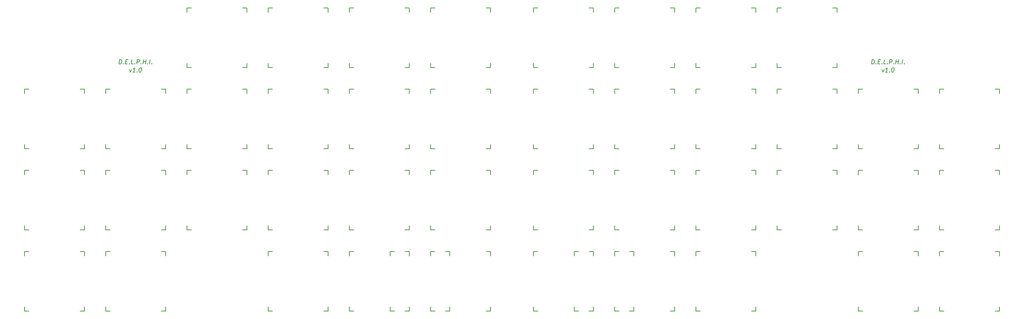
<source format=gbr>
%TF.GenerationSoftware,KiCad,Pcbnew,(6.0.1)*%
%TF.CreationDate,2022-12-03T11:16:14-05:00*%
%TF.ProjectId,DELPHI,44454c50-4849-42e6-9b69-6361645f7063,rev?*%
%TF.SameCoordinates,Original*%
%TF.FileFunction,Legend,Top*%
%TF.FilePolarity,Positive*%
%FSLAX46Y46*%
G04 Gerber Fmt 4.6, Leading zero omitted, Abs format (unit mm)*
G04 Created by KiCad (PCBNEW (6.0.1)) date 2022-12-03 11:16:14*
%MOMM*%
%LPD*%
G01*
G04 APERTURE LIST*
%ADD10C,0.150000*%
G04 APERTURE END LIST*
D10*
X228430089Y-49315714D02*
X228584851Y-49982380D01*
X228906279Y-49315714D01*
X229727708Y-49982380D02*
X229156279Y-49982380D01*
X229441994Y-49982380D02*
X229566994Y-48982380D01*
X229453898Y-49125238D01*
X229346755Y-49220476D01*
X229245565Y-49268095D01*
X230168184Y-49887142D02*
X230209851Y-49934761D01*
X230156279Y-49982380D01*
X230114613Y-49934761D01*
X230168184Y-49887142D01*
X230156279Y-49982380D01*
X230947946Y-48982380D02*
X231043184Y-48982380D01*
X231132470Y-49030000D01*
X231174136Y-49077619D01*
X231209851Y-49172857D01*
X231233660Y-49363333D01*
X231203898Y-49601428D01*
X231132470Y-49791904D01*
X231072946Y-49887142D01*
X231019375Y-49934761D01*
X230918184Y-49982380D01*
X230822946Y-49982380D01*
X230733660Y-49934761D01*
X230691994Y-49887142D01*
X230656279Y-49791904D01*
X230632470Y-49601428D01*
X230662232Y-49363333D01*
X230733660Y-49172857D01*
X230793184Y-49077619D01*
X230846755Y-49030000D01*
X230947946Y-48982380D01*
X225965803Y-48077380D02*
X226090803Y-47077380D01*
X226328898Y-47077380D01*
X226465803Y-47125000D01*
X226549136Y-47220238D01*
X226584851Y-47315476D01*
X226608660Y-47505952D01*
X226590803Y-47648809D01*
X226519375Y-47839285D01*
X226459851Y-47934523D01*
X226352708Y-48029761D01*
X226203898Y-48077380D01*
X225965803Y-48077380D01*
X226977708Y-47982142D02*
X227019375Y-48029761D01*
X226965803Y-48077380D01*
X226924136Y-48029761D01*
X226977708Y-47982142D01*
X226965803Y-48077380D01*
X227507470Y-47553571D02*
X227840803Y-47553571D01*
X227918184Y-48077380D02*
X227441994Y-48077380D01*
X227566994Y-47077380D01*
X228043184Y-47077380D01*
X228358660Y-47982142D02*
X228400327Y-48029761D01*
X228346755Y-48077380D01*
X228305089Y-48029761D01*
X228358660Y-47982142D01*
X228346755Y-48077380D01*
X229299136Y-48077380D02*
X228822946Y-48077380D01*
X228947946Y-47077380D01*
X229644375Y-47982142D02*
X229686041Y-48029761D01*
X229632470Y-48077380D01*
X229590803Y-48029761D01*
X229644375Y-47982142D01*
X229632470Y-48077380D01*
X230108660Y-48077380D02*
X230233660Y-47077380D01*
X230614613Y-47077380D01*
X230703898Y-47125000D01*
X230745565Y-47172619D01*
X230781279Y-47267857D01*
X230763422Y-47410714D01*
X230703898Y-47505952D01*
X230650327Y-47553571D01*
X230549136Y-47601190D01*
X230168184Y-47601190D01*
X231120565Y-47982142D02*
X231162232Y-48029761D01*
X231108660Y-48077380D01*
X231066994Y-48029761D01*
X231120565Y-47982142D01*
X231108660Y-48077380D01*
X231584851Y-48077380D02*
X231709851Y-47077380D01*
X231650327Y-47553571D02*
X232221755Y-47553571D01*
X232156279Y-48077380D02*
X232281279Y-47077380D01*
X232644375Y-47982142D02*
X232686041Y-48029761D01*
X232632470Y-48077380D01*
X232590803Y-48029761D01*
X232644375Y-47982142D01*
X232632470Y-48077380D01*
X233108660Y-48077380D02*
X233233660Y-47077380D01*
X233596755Y-47982142D02*
X233638422Y-48029761D01*
X233584851Y-48077380D01*
X233543184Y-48029761D01*
X233596755Y-47982142D01*
X233584851Y-48077380D01*
X49435803Y-48077380D02*
X49560803Y-47077380D01*
X49798898Y-47077380D01*
X49935803Y-47125000D01*
X50019136Y-47220238D01*
X50054851Y-47315476D01*
X50078660Y-47505952D01*
X50060803Y-47648809D01*
X49989375Y-47839285D01*
X49929851Y-47934523D01*
X49822708Y-48029761D01*
X49673898Y-48077380D01*
X49435803Y-48077380D01*
X50447708Y-47982142D02*
X50489375Y-48029761D01*
X50435803Y-48077380D01*
X50394136Y-48029761D01*
X50447708Y-47982142D01*
X50435803Y-48077380D01*
X50977470Y-47553571D02*
X51310803Y-47553571D01*
X51388184Y-48077380D02*
X50911994Y-48077380D01*
X51036994Y-47077380D01*
X51513184Y-47077380D01*
X51828660Y-47982142D02*
X51870327Y-48029761D01*
X51816755Y-48077380D01*
X51775089Y-48029761D01*
X51828660Y-47982142D01*
X51816755Y-48077380D01*
X52769136Y-48077380D02*
X52292946Y-48077380D01*
X52417946Y-47077380D01*
X53114375Y-47982142D02*
X53156041Y-48029761D01*
X53102470Y-48077380D01*
X53060803Y-48029761D01*
X53114375Y-47982142D01*
X53102470Y-48077380D01*
X53578660Y-48077380D02*
X53703660Y-47077380D01*
X54084613Y-47077380D01*
X54173898Y-47125000D01*
X54215565Y-47172619D01*
X54251279Y-47267857D01*
X54233422Y-47410714D01*
X54173898Y-47505952D01*
X54120327Y-47553571D01*
X54019136Y-47601190D01*
X53638184Y-47601190D01*
X54590565Y-47982142D02*
X54632232Y-48029761D01*
X54578660Y-48077380D01*
X54536994Y-48029761D01*
X54590565Y-47982142D01*
X54578660Y-48077380D01*
X55054851Y-48077380D02*
X55179851Y-47077380D01*
X55120327Y-47553571D02*
X55691755Y-47553571D01*
X55626279Y-48077380D02*
X55751279Y-47077380D01*
X56114375Y-47982142D02*
X56156041Y-48029761D01*
X56102470Y-48077380D01*
X56060803Y-48029761D01*
X56114375Y-47982142D01*
X56102470Y-48077380D01*
X56578660Y-48077380D02*
X56703660Y-47077380D01*
X57066755Y-47982142D02*
X57108422Y-48029761D01*
X57054851Y-48077380D01*
X57013184Y-48029761D01*
X57066755Y-47982142D01*
X57054851Y-48077380D01*
X51900089Y-49315714D02*
X52054851Y-49982380D01*
X52376279Y-49315714D01*
X53197708Y-49982380D02*
X52626279Y-49982380D01*
X52911994Y-49982380D02*
X53036994Y-48982380D01*
X52923898Y-49125238D01*
X52816755Y-49220476D01*
X52715565Y-49268095D01*
X53638184Y-49887142D02*
X53679851Y-49934761D01*
X53626279Y-49982380D01*
X53584613Y-49934761D01*
X53638184Y-49887142D01*
X53626279Y-49982380D01*
X54417946Y-48982380D02*
X54513184Y-48982380D01*
X54602470Y-49030000D01*
X54644136Y-49077619D01*
X54679851Y-49172857D01*
X54703660Y-49363333D01*
X54673898Y-49601428D01*
X54602470Y-49791904D01*
X54542946Y-49887142D01*
X54489375Y-49934761D01*
X54388184Y-49982380D01*
X54292946Y-49982380D01*
X54203660Y-49934761D01*
X54161994Y-49887142D01*
X54126279Y-49791904D01*
X54102470Y-49601428D01*
X54132232Y-49363333D01*
X54203660Y-49172857D01*
X54263184Y-49077619D01*
X54316755Y-49030000D01*
X54417946Y-48982380D01*
%TO.C,*%
%TO.C,SW17*%
X117490000Y-106060000D02*
X116490000Y-106060000D01*
X117490000Y-92060000D02*
X117490000Y-93060000D01*
X103490000Y-106060000D02*
X104490000Y-106060000D01*
X103490000Y-93060000D02*
X103490000Y-92060000D01*
X117490000Y-92060000D02*
X116490000Y-92060000D01*
X104490000Y-92060000D02*
X103490000Y-92060000D01*
X103490000Y-106060000D02*
X103490000Y-105060000D01*
X117490000Y-105060000D02*
X117490000Y-106060000D01*
X116490000Y-106060000D02*
X117490000Y-106060000D01*
%TO.C,SW5*%
X47340000Y-73010000D02*
X46340000Y-73010000D01*
X60340000Y-87010000D02*
X59340000Y-87010000D01*
X46340000Y-74010000D02*
X46340000Y-73010000D01*
X60340000Y-73010000D02*
X59340000Y-73010000D01*
X59340000Y-87010000D02*
X60340000Y-87010000D01*
X60340000Y-73010000D02*
X60340000Y-74010000D01*
X60340000Y-86010000D02*
X60340000Y-87010000D01*
X46340000Y-87010000D02*
X46340000Y-86010000D01*
X46340000Y-87010000D02*
X47340000Y-87010000D01*
%TO.C,SW25A*%
X169195000Y-106060000D02*
X170195000Y-106060000D01*
X170195000Y-105060000D02*
X170195000Y-106060000D01*
X157195000Y-92060000D02*
X156195000Y-92060000D01*
X170195000Y-92060000D02*
X169195000Y-92060000D01*
X156195000Y-92060000D02*
X157195000Y-92060000D01*
X156195000Y-93060000D02*
X156195000Y-92060000D01*
X156195000Y-106060000D02*
X157195000Y-106060000D01*
X170195000Y-92060000D02*
X170195000Y-93060000D01*
X156195000Y-106060000D02*
X156195000Y-105060000D01*
%TO.C,SW10*%
X98440000Y-34910000D02*
X98440000Y-35910000D01*
X98440000Y-48910000D02*
X97440000Y-48910000D01*
X84440000Y-35910000D02*
X84440000Y-34910000D01*
X85440000Y-34910000D02*
X84440000Y-34910000D01*
X98440000Y-34910000D02*
X97440000Y-34910000D01*
X84440000Y-48910000D02*
X84440000Y-47910000D01*
X98440000Y-47910000D02*
X98440000Y-48910000D01*
X97440000Y-48910000D02*
X98440000Y-48910000D01*
X84440000Y-48910000D02*
X85440000Y-48910000D01*
%TO.C,SW28*%
X165720000Y-87010000D02*
X165720000Y-86010000D01*
X165720000Y-74010000D02*
X165720000Y-73010000D01*
X179720000Y-73010000D02*
X178720000Y-73010000D01*
X179720000Y-87010000D02*
X178720000Y-87010000D01*
X166720000Y-73010000D02*
X165720000Y-73010000D01*
X179720000Y-73010000D02*
X179720000Y-74010000D01*
X179720000Y-86010000D02*
X179720000Y-87010000D01*
X165720000Y-87010000D02*
X166720000Y-87010000D01*
X178720000Y-87010000D02*
X179720000Y-87010000D01*
%TO.C,SW33*%
X184770000Y-106060000D02*
X185770000Y-106060000D01*
X198770000Y-92060000D02*
X198770000Y-93060000D01*
X184770000Y-93060000D02*
X184770000Y-92060000D01*
X198770000Y-105060000D02*
X198770000Y-106060000D01*
X184770000Y-106060000D02*
X184770000Y-105060000D01*
X197770000Y-106060000D02*
X198770000Y-106060000D01*
X198770000Y-106060000D02*
X197770000Y-106060000D01*
X185770000Y-92060000D02*
X184770000Y-92060000D01*
X198770000Y-92060000D02*
X197770000Y-92060000D01*
%TO.C,SW27*%
X179720000Y-53960000D02*
X179720000Y-54960000D01*
X166720000Y-53960000D02*
X165720000Y-53960000D01*
X165720000Y-54960000D02*
X165720000Y-53960000D01*
X179720000Y-67960000D02*
X178720000Y-67960000D01*
X179720000Y-66960000D02*
X179720000Y-67960000D01*
X165720000Y-67960000D02*
X165720000Y-66960000D01*
X165720000Y-67960000D02*
X166720000Y-67960000D01*
X179720000Y-53960000D02*
X178720000Y-53960000D01*
X178720000Y-67960000D02*
X179720000Y-67960000D01*
%TO.C,SW4*%
X60340000Y-53960000D02*
X59340000Y-53960000D01*
X47340000Y-53960000D02*
X46340000Y-53960000D01*
X60340000Y-66960000D02*
X60340000Y-67960000D01*
X46340000Y-67960000D02*
X47340000Y-67960000D01*
X60340000Y-67960000D02*
X59340000Y-67960000D01*
X46340000Y-54960000D02*
X46340000Y-53960000D01*
X59340000Y-67960000D02*
X60340000Y-67960000D01*
X46340000Y-67960000D02*
X46340000Y-66960000D01*
X60340000Y-53960000D02*
X60340000Y-54960000D01*
%TO.C,SW2*%
X27290000Y-74010000D02*
X27290000Y-73010000D01*
X41290000Y-86010000D02*
X41290000Y-87010000D01*
X27290000Y-87010000D02*
X27290000Y-86010000D01*
X40290000Y-87010000D02*
X41290000Y-87010000D01*
X41290000Y-87010000D02*
X40290000Y-87010000D01*
X27290000Y-87010000D02*
X28290000Y-87010000D01*
X28290000Y-73010000D02*
X27290000Y-73010000D01*
X41290000Y-73010000D02*
X41290000Y-74010000D01*
X41290000Y-73010000D02*
X40290000Y-73010000D01*
%TO.C,SW20*%
X136540000Y-86010000D02*
X136540000Y-87010000D01*
X123540000Y-73010000D02*
X122540000Y-73010000D01*
X136540000Y-73010000D02*
X136540000Y-74010000D01*
X122540000Y-87010000D02*
X123540000Y-87010000D01*
X136540000Y-87010000D02*
X135540000Y-87010000D01*
X122540000Y-87010000D02*
X122540000Y-86010000D01*
X122540000Y-74010000D02*
X122540000Y-73010000D01*
X136540000Y-73010000D02*
X135540000Y-73010000D01*
X135540000Y-87010000D02*
X136540000Y-87010000D01*
%TO.C,SW23*%
X160670000Y-53960000D02*
X160670000Y-54960000D01*
X146670000Y-67960000D02*
X146670000Y-66960000D01*
X147670000Y-53960000D02*
X146670000Y-53960000D01*
X146670000Y-54960000D02*
X146670000Y-53960000D01*
X146670000Y-67960000D02*
X147670000Y-67960000D01*
X160670000Y-53960000D02*
X159670000Y-53960000D01*
X160670000Y-67960000D02*
X159670000Y-67960000D01*
X160670000Y-66960000D02*
X160670000Y-67960000D01*
X159670000Y-67960000D02*
X160670000Y-67960000D01*
%TO.C,SW26*%
X179720000Y-47910000D02*
X179720000Y-48910000D01*
X179720000Y-34910000D02*
X179720000Y-35910000D01*
X165720000Y-48910000D02*
X166720000Y-48910000D01*
X165720000Y-48910000D02*
X165720000Y-47910000D01*
X179720000Y-48910000D02*
X178720000Y-48910000D01*
X166720000Y-34910000D02*
X165720000Y-34910000D01*
X165720000Y-35910000D02*
X165720000Y-34910000D01*
X179720000Y-34910000D02*
X178720000Y-34910000D01*
X178720000Y-48910000D02*
X179720000Y-48910000D01*
%TO.C,SW8*%
X66390000Y-53960000D02*
X65390000Y-53960000D01*
X79390000Y-67960000D02*
X78390000Y-67960000D01*
X79390000Y-66960000D02*
X79390000Y-67960000D01*
X79390000Y-53960000D02*
X79390000Y-54960000D01*
X65390000Y-54960000D02*
X65390000Y-53960000D01*
X65390000Y-67960000D02*
X65390000Y-66960000D01*
X78390000Y-67960000D02*
X79390000Y-67960000D01*
X65390000Y-67960000D02*
X66390000Y-67960000D01*
X79390000Y-53960000D02*
X78390000Y-53960000D01*
%TO.C,SW24*%
X146670000Y-87010000D02*
X146670000Y-86010000D01*
X160670000Y-73010000D02*
X159670000Y-73010000D01*
X146670000Y-87010000D02*
X147670000Y-87010000D01*
X146670000Y-74010000D02*
X146670000Y-73010000D01*
X160670000Y-73010000D02*
X160670000Y-74010000D01*
X160670000Y-86010000D02*
X160670000Y-87010000D01*
X160670000Y-87010000D02*
X159670000Y-87010000D01*
X159670000Y-87010000D02*
X160670000Y-87010000D01*
X147670000Y-73010000D02*
X146670000Y-73010000D01*
%TO.C,SW12*%
X98440000Y-73010000D02*
X98440000Y-74010000D01*
X84440000Y-74010000D02*
X84440000Y-73010000D01*
X98440000Y-87010000D02*
X97440000Y-87010000D01*
X98440000Y-73010000D02*
X97440000Y-73010000D01*
X85440000Y-73010000D02*
X84440000Y-73010000D01*
X84440000Y-87010000D02*
X85440000Y-87010000D01*
X97440000Y-87010000D02*
X98440000Y-87010000D01*
X84440000Y-87010000D02*
X84440000Y-86010000D01*
X98440000Y-86010000D02*
X98440000Y-87010000D01*
%TO.C,SW19*%
X135540000Y-67960000D02*
X136540000Y-67960000D01*
X122540000Y-67960000D02*
X122540000Y-66960000D01*
X136540000Y-66960000D02*
X136540000Y-67960000D01*
X136540000Y-53960000D02*
X136540000Y-54960000D01*
X122540000Y-67960000D02*
X123540000Y-67960000D01*
X123540000Y-53960000D02*
X122540000Y-53960000D01*
X136540000Y-53960000D02*
X135540000Y-53960000D01*
X122540000Y-54960000D02*
X122540000Y-53960000D01*
X136540000Y-67960000D02*
X135540000Y-67960000D01*
%TO.C,SW6*%
X60340000Y-92060000D02*
X60340000Y-93060000D01*
X46340000Y-106060000D02*
X47340000Y-106060000D01*
X59340000Y-106060000D02*
X60340000Y-106060000D01*
X46340000Y-93060000D02*
X46340000Y-92060000D01*
X47340000Y-92060000D02*
X46340000Y-92060000D01*
X60340000Y-105060000D02*
X60340000Y-106060000D01*
X60340000Y-92060000D02*
X59340000Y-92060000D01*
X60340000Y-106060000D02*
X59340000Y-106060000D01*
X46340000Y-106060000D02*
X46340000Y-105060000D01*
%TO.C,SW7*%
X78390000Y-48910000D02*
X79390000Y-48910000D01*
X65390000Y-48910000D02*
X66390000Y-48910000D01*
X66390000Y-34910000D02*
X65390000Y-34910000D01*
X65390000Y-48910000D02*
X65390000Y-47910000D01*
X79390000Y-34910000D02*
X78390000Y-34910000D01*
X79390000Y-47910000D02*
X79390000Y-48910000D01*
X65390000Y-35910000D02*
X65390000Y-34910000D01*
X79390000Y-34910000D02*
X79390000Y-35910000D01*
X79390000Y-48910000D02*
X78390000Y-48910000D01*
%TO.C,SW25*%
X146670000Y-106060000D02*
X146670000Y-105060000D01*
X146670000Y-106060000D02*
X147670000Y-106060000D01*
X160670000Y-92060000D02*
X159670000Y-92060000D01*
X159670000Y-106060000D02*
X160670000Y-106060000D01*
X146670000Y-93060000D02*
X146670000Y-92060000D01*
X147670000Y-92060000D02*
X146670000Y-92060000D01*
X160670000Y-106060000D02*
X159670000Y-106060000D01*
X160670000Y-92060000D02*
X160670000Y-93060000D01*
X160670000Y-105060000D02*
X160670000Y-106060000D01*
%TO.C,SW34*%
X203820000Y-48910000D02*
X203820000Y-47910000D01*
X203820000Y-48910000D02*
X204820000Y-48910000D01*
X217820000Y-34910000D02*
X216820000Y-34910000D01*
X217820000Y-48910000D02*
X216820000Y-48910000D01*
X217820000Y-47910000D02*
X217820000Y-48910000D01*
X203820000Y-35910000D02*
X203820000Y-34910000D01*
X204820000Y-34910000D02*
X203820000Y-34910000D01*
X216820000Y-48910000D02*
X217820000Y-48910000D01*
X217820000Y-34910000D02*
X217820000Y-35910000D01*
%TO.C,SW18*%
X122540000Y-35910000D02*
X122540000Y-34910000D01*
X122540000Y-48910000D02*
X122540000Y-47910000D01*
X136540000Y-34910000D02*
X136540000Y-35910000D01*
X135540000Y-48910000D02*
X136540000Y-48910000D01*
X122540000Y-48910000D02*
X123540000Y-48910000D01*
X136540000Y-48910000D02*
X135540000Y-48910000D01*
X123540000Y-34910000D02*
X122540000Y-34910000D01*
X136540000Y-47910000D02*
X136540000Y-48910000D01*
X136540000Y-34910000D02*
X135540000Y-34910000D01*
%TO.C,SW21A*%
X113015000Y-93060000D02*
X113015000Y-92060000D01*
X126015000Y-106060000D02*
X127015000Y-106060000D01*
X113015000Y-106060000D02*
X113015000Y-105060000D01*
X127015000Y-92060000D02*
X127015000Y-93060000D01*
X113015000Y-106060000D02*
X114015000Y-106060000D01*
X114015000Y-92060000D02*
X113015000Y-92060000D01*
X127015000Y-105060000D02*
X127015000Y-106060000D01*
X113015000Y-92060000D02*
X114015000Y-92060000D01*
X127015000Y-92060000D02*
X126015000Y-92060000D01*
%TO.C,SW37*%
X222870000Y-67960000D02*
X222870000Y-66960000D01*
X236870000Y-53960000D02*
X236870000Y-54960000D01*
X235870000Y-67960000D02*
X236870000Y-67960000D01*
X223870000Y-53960000D02*
X222870000Y-53960000D01*
X236870000Y-53960000D02*
X235870000Y-53960000D01*
X236870000Y-67960000D02*
X235870000Y-67960000D01*
X236870000Y-66960000D02*
X236870000Y-67960000D01*
X222870000Y-54960000D02*
X222870000Y-53960000D01*
X222870000Y-67960000D02*
X223870000Y-67960000D01*
%TO.C,SW9*%
X79390000Y-73010000D02*
X79390000Y-74010000D01*
X66390000Y-73010000D02*
X65390000Y-73010000D01*
X79390000Y-73010000D02*
X78390000Y-73010000D01*
X65390000Y-87010000D02*
X66390000Y-87010000D01*
X65390000Y-74010000D02*
X65390000Y-73010000D01*
X65390000Y-87010000D02*
X65390000Y-86010000D01*
X79390000Y-86010000D02*
X79390000Y-87010000D01*
X79390000Y-87010000D02*
X78390000Y-87010000D01*
X78390000Y-87010000D02*
X79390000Y-87010000D01*
%TO.C,SW36*%
X203820000Y-74010000D02*
X203820000Y-73010000D01*
X217820000Y-73010000D02*
X216820000Y-73010000D01*
X203820000Y-87010000D02*
X204820000Y-87010000D01*
X216820000Y-87010000D02*
X217820000Y-87010000D01*
X203820000Y-87010000D02*
X203820000Y-86010000D01*
X217820000Y-86010000D02*
X217820000Y-87010000D01*
X217820000Y-73010000D02*
X217820000Y-74010000D01*
X204820000Y-73010000D02*
X203820000Y-73010000D01*
X217820000Y-87010000D02*
X216820000Y-87010000D01*
%TO.C,SW21*%
X136540000Y-106060000D02*
X135540000Y-106060000D01*
X136540000Y-92060000D02*
X136540000Y-93060000D01*
X136540000Y-105060000D02*
X136540000Y-106060000D01*
X122540000Y-106060000D02*
X123540000Y-106060000D01*
X122540000Y-93060000D02*
X122540000Y-92060000D01*
X122540000Y-106060000D02*
X122540000Y-105060000D01*
X135540000Y-106060000D02*
X136540000Y-106060000D01*
X136540000Y-92060000D02*
X135540000Y-92060000D01*
X123540000Y-92060000D02*
X122540000Y-92060000D01*
%TO.C,SW3*%
X27290000Y-106060000D02*
X27290000Y-105060000D01*
X27290000Y-93060000D02*
X27290000Y-92060000D01*
X41290000Y-105060000D02*
X41290000Y-106060000D01*
X41290000Y-92060000D02*
X41290000Y-93060000D01*
X27290000Y-106060000D02*
X28290000Y-106060000D01*
X40290000Y-106060000D02*
X41290000Y-106060000D01*
X28290000Y-92060000D02*
X27290000Y-92060000D01*
X41290000Y-92060000D02*
X40290000Y-92060000D01*
X41290000Y-106060000D02*
X40290000Y-106060000D01*
%TO.C,SW32*%
X184770000Y-74010000D02*
X184770000Y-73010000D01*
X198770000Y-73010000D02*
X197770000Y-73010000D01*
X185770000Y-73010000D02*
X184770000Y-73010000D01*
X198770000Y-73010000D02*
X198770000Y-74010000D01*
X197770000Y-87010000D02*
X198770000Y-87010000D01*
X184770000Y-87010000D02*
X185770000Y-87010000D01*
X198770000Y-87010000D02*
X197770000Y-87010000D01*
X198770000Y-86010000D02*
X198770000Y-87010000D01*
X184770000Y-87010000D02*
X184770000Y-86010000D01*
%TO.C,SW35*%
X203820000Y-54960000D02*
X203820000Y-53960000D01*
X216820000Y-67960000D02*
X217820000Y-67960000D01*
X217820000Y-53960000D02*
X217820000Y-54960000D01*
X217820000Y-67960000D02*
X216820000Y-67960000D01*
X203820000Y-67960000D02*
X203820000Y-66960000D01*
X203820000Y-67960000D02*
X204820000Y-67960000D01*
X204820000Y-53960000D02*
X203820000Y-53960000D01*
X217820000Y-66960000D02*
X217820000Y-67960000D01*
X217820000Y-53960000D02*
X216820000Y-53960000D01*
%TO.C,SW38*%
X222870000Y-74010000D02*
X222870000Y-73010000D01*
X222870000Y-87010000D02*
X223870000Y-87010000D01*
X236870000Y-87010000D02*
X235870000Y-87010000D01*
X236870000Y-73010000D02*
X235870000Y-73010000D01*
X236870000Y-73010000D02*
X236870000Y-74010000D01*
X236870000Y-86010000D02*
X236870000Y-87010000D01*
X235870000Y-87010000D02*
X236870000Y-87010000D01*
X222870000Y-87010000D02*
X222870000Y-86010000D01*
X223870000Y-73010000D02*
X222870000Y-73010000D01*
%TO.C,SW39*%
X222870000Y-106060000D02*
X222870000Y-105060000D01*
X223870000Y-92060000D02*
X222870000Y-92060000D01*
X236870000Y-92060000D02*
X236870000Y-93060000D01*
X236870000Y-105060000D02*
X236870000Y-106060000D01*
X236870000Y-92060000D02*
X235870000Y-92060000D01*
X222870000Y-93060000D02*
X222870000Y-92060000D01*
X222870000Y-106060000D02*
X223870000Y-106060000D01*
X235870000Y-106060000D02*
X236870000Y-106060000D01*
X236870000Y-106060000D02*
X235870000Y-106060000D01*
%TO.C,SW40*%
X254920000Y-67960000D02*
X255920000Y-67960000D01*
X241920000Y-67960000D02*
X241920000Y-66960000D01*
X241920000Y-67960000D02*
X242920000Y-67960000D01*
X255920000Y-67960000D02*
X254920000Y-67960000D01*
X241920000Y-54960000D02*
X241920000Y-53960000D01*
X255920000Y-53960000D02*
X255920000Y-54960000D01*
X255920000Y-66960000D02*
X255920000Y-67960000D01*
X242920000Y-53960000D02*
X241920000Y-53960000D01*
X255920000Y-53960000D02*
X254920000Y-53960000D01*
%TO.C,SW14*%
X117490000Y-47910000D02*
X117490000Y-48910000D01*
X103490000Y-48910000D02*
X104490000Y-48910000D01*
X103490000Y-35910000D02*
X103490000Y-34910000D01*
X117490000Y-34910000D02*
X117490000Y-35910000D01*
X117490000Y-34910000D02*
X116490000Y-34910000D01*
X104490000Y-34910000D02*
X103490000Y-34910000D01*
X117490000Y-48910000D02*
X116490000Y-48910000D01*
X103490000Y-48910000D02*
X103490000Y-47910000D01*
X116490000Y-48910000D02*
X117490000Y-48910000D01*
%TO.C,SW22*%
X160670000Y-47910000D02*
X160670000Y-48910000D01*
X160670000Y-34910000D02*
X159670000Y-34910000D01*
X160670000Y-34910000D02*
X160670000Y-35910000D01*
X159670000Y-48910000D02*
X160670000Y-48910000D01*
X146670000Y-35910000D02*
X146670000Y-34910000D01*
X146670000Y-48910000D02*
X146670000Y-47910000D01*
X160670000Y-48910000D02*
X159670000Y-48910000D01*
X147670000Y-34910000D02*
X146670000Y-34910000D01*
X146670000Y-48910000D02*
X147670000Y-48910000D01*
%TO.C,SW11*%
X98440000Y-53960000D02*
X98440000Y-54960000D01*
X84440000Y-67960000D02*
X84440000Y-66960000D01*
X98440000Y-53960000D02*
X97440000Y-53960000D01*
X84440000Y-67960000D02*
X85440000Y-67960000D01*
X98440000Y-67960000D02*
X97440000Y-67960000D01*
X85440000Y-53960000D02*
X84440000Y-53960000D01*
X84440000Y-54960000D02*
X84440000Y-53960000D01*
X97440000Y-67960000D02*
X98440000Y-67960000D01*
X98440000Y-66960000D02*
X98440000Y-67960000D01*
%TO.C,SW13*%
X84440000Y-106060000D02*
X84440000Y-105060000D01*
X98440000Y-106060000D02*
X97440000Y-106060000D01*
X98440000Y-105060000D02*
X98440000Y-106060000D01*
X84440000Y-106060000D02*
X85440000Y-106060000D01*
X98440000Y-92060000D02*
X97440000Y-92060000D01*
X97440000Y-106060000D02*
X98440000Y-106060000D01*
X84440000Y-93060000D02*
X84440000Y-92060000D01*
X98440000Y-92060000D02*
X98440000Y-93060000D01*
X85440000Y-92060000D02*
X84440000Y-92060000D01*
%TO.C,SW42*%
X242920000Y-92060000D02*
X241920000Y-92060000D01*
X254920000Y-106060000D02*
X255920000Y-106060000D01*
X255920000Y-106060000D02*
X254920000Y-106060000D01*
X255920000Y-92060000D02*
X254920000Y-92060000D01*
X241920000Y-106060000D02*
X241920000Y-105060000D01*
X255920000Y-92060000D02*
X255920000Y-93060000D01*
X241920000Y-93060000D02*
X241920000Y-92060000D01*
X255920000Y-105060000D02*
X255920000Y-106060000D01*
X241920000Y-106060000D02*
X242920000Y-106060000D01*
%TO.C,SW31*%
X184770000Y-54960000D02*
X184770000Y-53960000D01*
X198770000Y-53960000D02*
X198770000Y-54960000D01*
X198770000Y-67960000D02*
X197770000Y-67960000D01*
X198770000Y-66960000D02*
X198770000Y-67960000D01*
X198770000Y-53960000D02*
X197770000Y-53960000D01*
X197770000Y-67960000D02*
X198770000Y-67960000D01*
X184770000Y-67960000D02*
X185770000Y-67960000D01*
X185770000Y-53960000D02*
X184770000Y-53960000D01*
X184770000Y-67960000D02*
X184770000Y-66960000D01*
%TO.C,SW30*%
X184770000Y-48910000D02*
X184770000Y-47910000D01*
X185770000Y-34910000D02*
X184770000Y-34910000D01*
X197770000Y-48910000D02*
X198770000Y-48910000D01*
X198770000Y-34910000D02*
X198770000Y-35910000D01*
X198770000Y-48910000D02*
X197770000Y-48910000D01*
X198770000Y-34910000D02*
X197770000Y-34910000D01*
X198770000Y-47910000D02*
X198770000Y-48910000D01*
X184770000Y-48910000D02*
X185770000Y-48910000D01*
X184770000Y-35910000D02*
X184770000Y-34910000D01*
%TO.C,SW15*%
X104490000Y-53960000D02*
X103490000Y-53960000D01*
X103490000Y-67960000D02*
X104490000Y-67960000D01*
X117490000Y-53960000D02*
X117490000Y-54960000D01*
X116490000Y-67960000D02*
X117490000Y-67960000D01*
X117490000Y-67960000D02*
X116490000Y-67960000D01*
X103490000Y-54960000D02*
X103490000Y-53960000D01*
X103490000Y-67960000D02*
X103490000Y-66960000D01*
X117490000Y-66960000D02*
X117490000Y-67960000D01*
X117490000Y-53960000D02*
X116490000Y-53960000D01*
%TO.C,SW1*%
X28290000Y-53960000D02*
X27290000Y-53960000D01*
X41290000Y-53960000D02*
X41290000Y-54960000D01*
X27290000Y-67960000D02*
X27290000Y-66960000D01*
X41290000Y-67960000D02*
X40290000Y-67960000D01*
X40290000Y-67960000D02*
X41290000Y-67960000D01*
X27290000Y-67960000D02*
X28290000Y-67960000D01*
X41290000Y-53960000D02*
X40290000Y-53960000D01*
X41290000Y-66960000D02*
X41290000Y-67960000D01*
X27290000Y-54960000D02*
X27290000Y-53960000D01*
%TO.C,SW29*%
X165720000Y-106060000D02*
X166720000Y-106060000D01*
X178720000Y-106060000D02*
X179720000Y-106060000D01*
X165720000Y-93060000D02*
X165720000Y-92060000D01*
X165720000Y-106060000D02*
X165720000Y-105060000D01*
X179720000Y-92060000D02*
X179720000Y-93060000D01*
X179720000Y-106060000D02*
X178720000Y-106060000D01*
X179720000Y-105060000D02*
X179720000Y-106060000D01*
X166720000Y-92060000D02*
X165720000Y-92060000D01*
X179720000Y-92060000D02*
X178720000Y-92060000D01*
%TO.C,SW16*%
X103490000Y-87010000D02*
X103490000Y-86010000D01*
X117490000Y-73010000D02*
X116490000Y-73010000D01*
X117490000Y-86010000D02*
X117490000Y-87010000D01*
X103490000Y-87010000D02*
X104490000Y-87010000D01*
X117490000Y-73010000D02*
X117490000Y-74010000D01*
X117490000Y-87010000D02*
X116490000Y-87010000D01*
X116490000Y-87010000D02*
X117490000Y-87010000D01*
X103490000Y-74010000D02*
X103490000Y-73010000D01*
X104490000Y-73010000D02*
X103490000Y-73010000D01*
%TO.C,SW41*%
X254920000Y-87010000D02*
X255920000Y-87010000D01*
X255920000Y-73010000D02*
X255920000Y-74010000D01*
X241920000Y-74010000D02*
X241920000Y-73010000D01*
X241920000Y-87010000D02*
X241920000Y-86010000D01*
X241920000Y-87010000D02*
X242920000Y-87010000D01*
X255920000Y-87010000D02*
X254920000Y-87010000D01*
X255920000Y-73010000D02*
X254920000Y-73010000D01*
X242920000Y-73010000D02*
X241920000Y-73010000D01*
X255920000Y-86010000D02*
X255920000Y-87010000D01*
%TD*%
M02*

</source>
